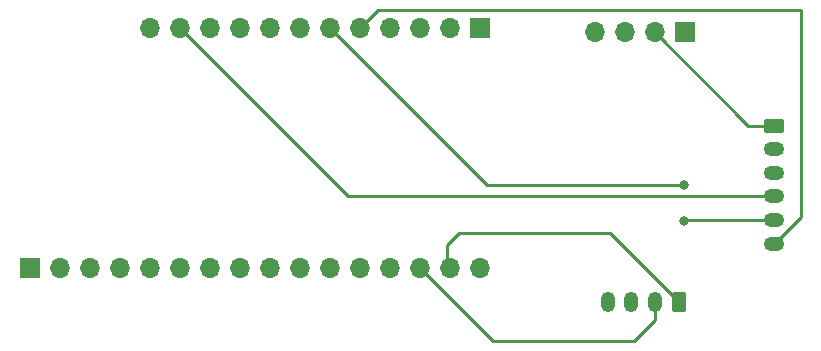
<source format=gbr>
%TF.GenerationSoftware,KiCad,Pcbnew,7.0.7*%
%TF.CreationDate,2025-02-28T10:15:51+00:00*%
%TF.ProjectId,MRF67-pro-small,4d524636-372d-4707-926f-2d736d616c6c,rev?*%
%TF.SameCoordinates,Original*%
%TF.FileFunction,Copper,L1,Top*%
%TF.FilePolarity,Positive*%
%FSLAX46Y46*%
G04 Gerber Fmt 4.6, Leading zero omitted, Abs format (unit mm)*
G04 Created by KiCad (PCBNEW 7.0.7) date 2025-02-28 10:15:51*
%MOMM*%
%LPD*%
G01*
G04 APERTURE LIST*
G04 Aperture macros list*
%AMRoundRect*
0 Rectangle with rounded corners*
0 $1 Rounding radius*
0 $2 $3 $4 $5 $6 $7 $8 $9 X,Y pos of 4 corners*
0 Add a 4 corners polygon primitive as box body*
4,1,4,$2,$3,$4,$5,$6,$7,$8,$9,$2,$3,0*
0 Add four circle primitives for the rounded corners*
1,1,$1+$1,$2,$3*
1,1,$1+$1,$4,$5*
1,1,$1+$1,$6,$7*
1,1,$1+$1,$8,$9*
0 Add four rect primitives between the rounded corners*
20,1,$1+$1,$2,$3,$4,$5,0*
20,1,$1+$1,$4,$5,$6,$7,0*
20,1,$1+$1,$6,$7,$8,$9,0*
20,1,$1+$1,$8,$9,$2,$3,0*%
G04 Aperture macros list end*
%TA.AperFunction,ComponentPad*%
%ADD10R,1.700000X1.700000*%
%TD*%
%TA.AperFunction,ComponentPad*%
%ADD11O,1.700000X1.700000*%
%TD*%
%TA.AperFunction,ComponentPad*%
%ADD12RoundRect,0.250000X0.350000X0.625000X-0.350000X0.625000X-0.350000X-0.625000X0.350000X-0.625000X0*%
%TD*%
%TA.AperFunction,ComponentPad*%
%ADD13O,1.200000X1.750000*%
%TD*%
%TA.AperFunction,ComponentPad*%
%ADD14RoundRect,0.250000X-0.625000X0.350000X-0.625000X-0.350000X0.625000X-0.350000X0.625000X0.350000X0*%
%TD*%
%TA.AperFunction,ComponentPad*%
%ADD15O,1.750000X1.200000*%
%TD*%
%TA.AperFunction,ViaPad*%
%ADD16C,0.800000*%
%TD*%
%TA.AperFunction,Conductor*%
%ADD17C,0.250000*%
%TD*%
G04 APERTURE END LIST*
D10*
%TO.P,J2,1,Pin_1*%
%TO.N,unconnected-(J2-Pin_1-Pad1)*%
X146050000Y-101600000D03*
D11*
%TO.P,J2,2,Pin_2*%
%TO.N,unconnected-(J2-Pin_2-Pad2)*%
X143510000Y-101600000D03*
%TO.P,J2,3,Pin_3*%
%TO.N,unconnected-(J2-Pin_3-Pad3)*%
X140970000Y-101600000D03*
%TO.P,J2,4,Pin_4*%
%TO.N,unconnected-(J2-Pin_4-Pad4)*%
X138430000Y-101600000D03*
%TO.P,J2,5,Pin_5*%
%TO.N,Net-(J2-Pin_5)*%
X135890000Y-101600000D03*
%TO.P,J2,6,Pin_6*%
%TO.N,Net-(J2-Pin_6)*%
X133350000Y-101600000D03*
%TO.P,J2,7,Pin_7*%
%TO.N,unconnected-(J2-Pin_7-Pad7)*%
X130810000Y-101600000D03*
%TO.P,J2,8,Pin_8*%
%TO.N,unconnected-(J2-Pin_8-Pad8)*%
X128270000Y-101600000D03*
%TO.P,J2,9,Pin_9*%
%TO.N,unconnected-(J2-Pin_9-Pad9)*%
X125730000Y-101600000D03*
%TO.P,J2,10,Pin_10*%
%TO.N,unconnected-(J2-Pin_10-Pad10)*%
X123190000Y-101600000D03*
%TO.P,J2,11,Pin_11*%
%TO.N,Net-(J2-Pin_11)*%
X120650000Y-101600000D03*
%TO.P,J2,12,Pin_12*%
%TO.N,unconnected-(J2-Pin_12-Pad12)*%
X118110000Y-101600000D03*
%TD*%
D10*
%TO.P,J1,1,Pin_1*%
%TO.N,unconnected-(J1-Pin_1-Pad1)*%
X107950000Y-121920000D03*
D11*
%TO.P,J1,2,Pin_2*%
%TO.N,Net-(J1-Pin_2)*%
X110490000Y-121920000D03*
%TO.P,J1,3,Pin_3*%
%TO.N,unconnected-(J1-Pin_3-Pad3)*%
X113030000Y-121920000D03*
%TO.P,J1,4,Pin_4*%
%TO.N,Net-(J1-Pin_4)*%
X115570000Y-121920000D03*
%TO.P,J1,5,Pin_5*%
%TO.N,unconnected-(J1-Pin_5-Pad5)*%
X118110000Y-121920000D03*
%TO.P,J1,6,Pin_6*%
%TO.N,unconnected-(J1-Pin_6-Pad6)*%
X120650000Y-121920000D03*
%TO.P,J1,7,Pin_7*%
%TO.N,unconnected-(J1-Pin_7-Pad7)*%
X123190000Y-121920000D03*
%TO.P,J1,8,Pin_8*%
%TO.N,unconnected-(J1-Pin_8-Pad8)*%
X125730000Y-121920000D03*
%TO.P,J1,9,Pin_9*%
%TO.N,unconnected-(J1-Pin_9-Pad9)*%
X128270000Y-121920000D03*
%TO.P,J1,10,Pin_10*%
%TO.N,unconnected-(J1-Pin_10-Pad10)*%
X130810000Y-121920000D03*
%TO.P,J1,11,Pin_11*%
%TO.N,unconnected-(J1-Pin_11-Pad11)*%
X133350000Y-121920000D03*
%TO.P,J1,12,Pin_12*%
%TO.N,unconnected-(J1-Pin_12-Pad12)*%
X135890000Y-121920000D03*
%TO.P,J1,13,Pin_13*%
%TO.N,unconnected-(J1-Pin_13-Pad13)*%
X138430000Y-121920000D03*
%TO.P,J1,14,Pin_14*%
%TO.N,Net-(J1-Pin_14)*%
X140970000Y-121920000D03*
%TO.P,J1,15,Pin_15*%
%TO.N,Net-(J1-Pin_15)*%
X143510000Y-121920000D03*
%TO.P,J1,16,Pin_16*%
%TO.N,unconnected-(J1-Pin_16-Pad16)*%
X146050000Y-121920000D03*
%TD*%
D10*
%TO.P,J4,1,Pin_1*%
%TO.N,Net-(J1-Pin_2)*%
X163449000Y-101981000D03*
D11*
%TO.P,J4,2,Pin_2*%
%TO.N,Net-(J1-Pin_4)*%
X160909000Y-101981000D03*
%TO.P,J4,3,Pin_3*%
%TO.N,Net-(J3-Pin_4)*%
X158369000Y-101981000D03*
%TO.P,J4,4,Pin_4*%
%TO.N,unconnected-(J4-Pin_4-Pad4)*%
X155829000Y-101981000D03*
%TD*%
D12*
%TO.P,J3,1,Pin_1*%
%TO.N,Net-(J1-Pin_15)*%
X162909000Y-124841000D03*
D13*
%TO.P,J3,2,Pin_2*%
%TO.N,Net-(J1-Pin_14)*%
X160909000Y-124841000D03*
%TO.P,J3,3,Pin_3*%
%TO.N,Net-(J1-Pin_4)*%
X158909000Y-124841000D03*
%TO.P,J3,4,Pin_4*%
%TO.N,Net-(J3-Pin_4)*%
X156909000Y-124841000D03*
%TD*%
D14*
%TO.P,J6,1,Pin_1*%
%TO.N,Net-(J1-Pin_4)*%
X170942000Y-109887000D03*
D15*
%TO.P,J6,2,Pin_2*%
X170942000Y-111887000D03*
%TO.P,J6,3,Pin_3*%
X170942000Y-113887000D03*
%TO.P,J6,4,Pin_4*%
%TO.N,Net-(J2-Pin_11)*%
X170942000Y-115887000D03*
%TO.P,J6,5,Pin_5*%
%TO.N,Net-(J2-Pin_6)*%
X170942000Y-117887000D03*
%TO.P,J6,6,Pin_6*%
%TO.N,Net-(J2-Pin_5)*%
X170942000Y-119887000D03*
%TD*%
D16*
%TO.N,Net-(J2-Pin_6)*%
X163322000Y-114935000D03*
X163322000Y-117983000D03*
%TD*%
D17*
%TO.N,Net-(J2-Pin_6)*%
X163195000Y-114935000D02*
X163322000Y-114935000D01*
X163418000Y-117887000D02*
X170942000Y-117887000D01*
X163168000Y-114962000D02*
X163195000Y-114935000D01*
X146712000Y-114962000D02*
X163168000Y-114962000D01*
X163322000Y-117983000D02*
X163418000Y-117887000D01*
X163322000Y-114935000D02*
X163322000Y-114808000D01*
X163322000Y-114808000D02*
X163322000Y-114808000D01*
X133350000Y-101600000D02*
X146712000Y-114962000D01*
%TO.N,Net-(J1-Pin_4)*%
X168815000Y-109887000D02*
X160909000Y-101981000D01*
X170942000Y-109887000D02*
X168815000Y-109887000D01*
%TO.N,Net-(J2-Pin_11)*%
X134937000Y-115887000D02*
X170942000Y-115887000D01*
X120650000Y-101600000D02*
X134937000Y-115887000D01*
%TO.N,Net-(J1-Pin_14)*%
X160909000Y-126365000D02*
X159131000Y-128143000D01*
X147193000Y-128143000D02*
X140970000Y-121920000D01*
X159131000Y-128143000D02*
X147193000Y-128143000D01*
X160909000Y-124841000D02*
X160909000Y-126365000D01*
%TO.N,Net-(J1-Pin_15)*%
X143256000Y-121666000D02*
X143256000Y-120015000D01*
X143256000Y-120015000D02*
X144272000Y-118999000D01*
X144272000Y-118999000D02*
X157067000Y-118999000D01*
X157067000Y-118999000D02*
X162909000Y-124841000D01*
X143510000Y-121920000D02*
X143256000Y-121666000D01*
%TO.N,Net-(J2-Pin_5)*%
X137414000Y-100076000D02*
X135890000Y-101600000D01*
X173228000Y-100076000D02*
X137414000Y-100076000D01*
X170942000Y-119887000D02*
X173228000Y-117601000D01*
X173228000Y-117601000D02*
X173228000Y-100076000D01*
%TD*%
M02*

</source>
